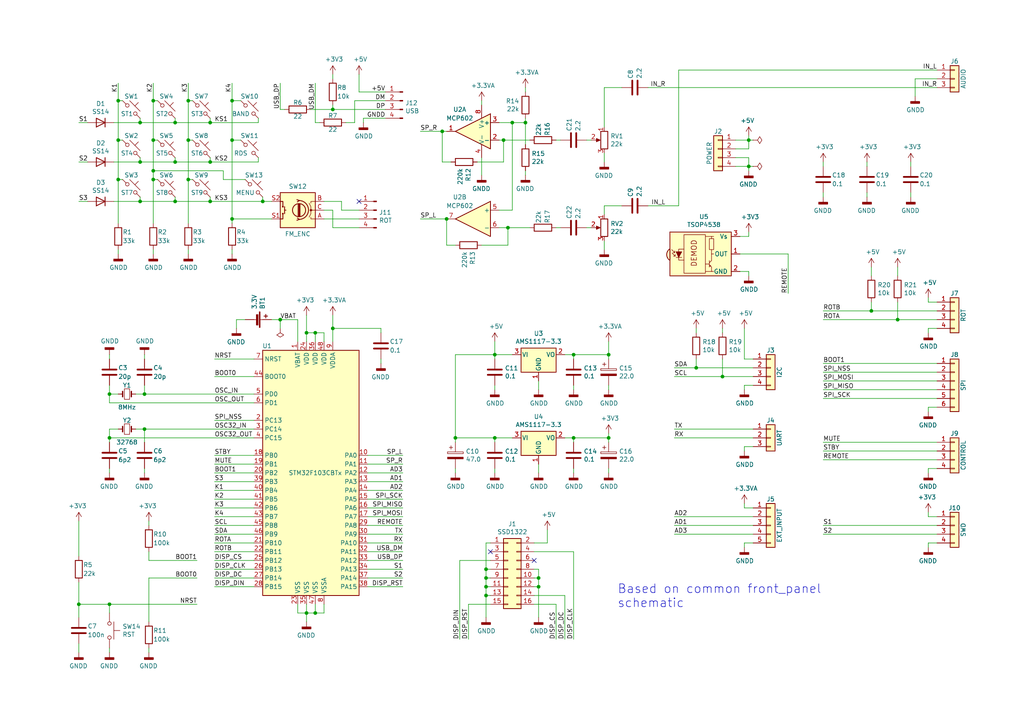
<source format=kicad_sch>
(kicad_sch (version 20230121) (generator eeschema)
  (paper "A4")
  (junction (at 54.61 52.07))
  (junction (at 252.73 90.17))
  (junction (at 176.53 127))
  (junction (at 50.8 58.42))
  (junction (at 176.53 102.87))
  (junction (at 140.97 170.18))
  (junction (at 88.9 96.52))
  (junction (at 76.2 58.42))
  (junction (at 156.21 167.64))
  (junction (at 129.54 63.5))
  (junction (at 140.97 165.1))
  (junction (at 40.64 58.42))
  (junction (at 44.45 52.07))
  (junction (at 44.45 49.53))
  (junction (at 143.51 102.87))
  (junction (at 166.37 102.87))
  (junction (at 67.31 63.5))
  (junction (at 146.05 40.64))
  (junction (at 31.75 114.3))
  (junction (at 140.97 167.64))
  (junction (at 152.4 35.56))
  (junction (at 40.64 46.99))
  (junction (at 217.17 40.64))
  (junction (at 60.96 35.56))
  (junction (at 50.8 35.56))
  (junction (at 96.52 31.75))
  (junction (at 31.75 175.26))
  (junction (at 41.91 124.46))
  (junction (at 81.28 92.71))
  (junction (at 34.29 52.07))
  (junction (at 31.75 127))
  (junction (at 54.61 40.64))
  (junction (at 201.93 106.68))
  (junction (at 60.96 46.99))
  (junction (at 217.17 48.26))
  (junction (at 96.52 95.25))
  (junction (at 34.29 40.64))
  (junction (at 34.29 29.21))
  (junction (at 148.59 35.56))
  (junction (at 40.64 35.56))
  (junction (at 166.37 127))
  (junction (at 54.61 29.21))
  (junction (at 88.9 177.8))
  (junction (at 143.51 127))
  (junction (at 209.55 109.22))
  (junction (at 140.97 172.72))
  (junction (at 260.35 92.71))
  (junction (at 91.44 96.52))
  (junction (at 67.31 40.64))
  (junction (at 44.45 40.64))
  (junction (at 22.86 175.26))
  (junction (at 156.21 170.18))
  (junction (at 41.91 114.3))
  (junction (at 147.32 66.04))
  (junction (at 91.44 177.8))
  (junction (at 50.8 46.99))
  (junction (at 60.96 58.42))
  (junction (at 67.31 29.21))
  (junction (at 128.27 38.1))
  (junction (at 44.45 29.21))
  (junction (at 132.08 127))
  (no_connect (at 142.24 160.02))
  (no_connect (at 104.14 58.42))
  (no_connect (at 154.94 162.56))
  (wire (pts (xy 217.17 40.64) (xy 217.17 39.37)))
  (wire (pts (xy 213.36 40.64) (xy 217.17 40.64)))
  (wire (pts (xy 40.64 35.56) (xy 50.8 35.56)))
  (wire (pts (xy 67.31 63.5) (xy 67.31 64.77)))
  (wire (pts (xy 148.59 35.56) (xy 152.4 35.56)))
  (wire (pts (xy 93.98 60.96) (xy 96.52 60.96)))
  (wire (pts (xy 73.66 152.4) (xy 62.23 152.4)))
  (wire (pts (xy 143.51 128.27) (xy 143.51 127)))
  (wire (pts (xy 43.18 189.23) (xy 43.18 187.96)))
  (wire (pts (xy 195.58 152.4) (xy 218.44 152.4)))
  (wire (pts (xy 143.51 127) (xy 132.08 127)))
  (wire (pts (xy 269.24 95.25) (xy 269.24 96.52)))
  (wire (pts (xy 67.31 73.66) (xy 67.31 72.39)))
  (wire (pts (xy 91.44 24.13) (xy 91.44 35.56)))
  (wire (pts (xy 154.94 165.1) (xy 156.21 165.1)))
  (wire (pts (xy 201.93 104.14) (xy 201.93 106.68)))
  (wire (pts (xy 73.66 157.48) (xy 62.23 157.48)))
  (wire (pts (xy 128.27 46.99) (xy 128.27 38.1)))
  (wire (pts (xy 166.37 135.89) (xy 166.37 137.16)))
  (wire (pts (xy 171.45 40.64) (xy 170.18 40.64)))
  (wire (pts (xy 215.9 157.48) (xy 215.9 158.75)))
  (wire (pts (xy 57.15 167.64) (xy 43.18 167.64)))
  (wire (pts (xy 166.37 102.87) (xy 176.53 102.87)))
  (wire (pts (xy 73.66 109.22) (xy 62.23 109.22)))
  (wire (pts (xy 106.68 152.4) (xy 116.84 152.4)))
  (wire (pts (xy 148.59 35.56) (xy 148.59 60.96)))
  (wire (pts (xy 73.66 144.78) (xy 62.23 144.78)))
  (wire (pts (xy 271.78 130.81) (xy 238.76 130.81)))
  (wire (pts (xy 62.23 121.92) (xy 73.66 121.92)))
  (wire (pts (xy 271.78 113.03) (xy 238.76 113.03)))
  (wire (pts (xy 44.45 52.07) (xy 44.45 64.77)))
  (wire (pts (xy 217.17 45.72) (xy 217.17 48.26)))
  (wire (pts (xy 102.87 29.21) (xy 111.76 29.21)))
  (wire (pts (xy 154.94 170.18) (xy 156.21 170.18)))
  (wire (pts (xy 104.14 26.67) (xy 104.14 21.59)))
  (wire (pts (xy 22.86 179.07) (xy 22.86 175.26)))
  (wire (pts (xy 163.83 127) (xy 166.37 127)))
  (wire (pts (xy 60.96 34.29) (xy 60.96 35.56)))
  (wire (pts (xy 86.36 177.8) (xy 86.36 175.26)))
  (wire (pts (xy 218.44 157.48) (xy 215.9 157.48)))
  (wire (pts (xy 50.8 58.42) (xy 60.96 58.42)))
  (wire (pts (xy 162.56 66.04) (xy 161.29 66.04)))
  (wire (pts (xy 116.84 149.86) (xy 106.68 149.86)))
  (wire (pts (xy 31.75 102.87) (xy 31.75 104.14)))
  (wire (pts (xy 40.64 46.99) (xy 50.8 46.99)))
  (wire (pts (xy 96.52 31.75) (xy 111.76 31.75)))
  (wire (pts (xy 215.9 129.54) (xy 215.9 130.81)))
  (wire (pts (xy 213.36 43.18) (xy 217.17 43.18)))
  (wire (pts (xy 35.56 29.21) (xy 34.29 29.21)))
  (wire (pts (xy 43.18 167.64) (xy 43.18 180.34)))
  (wire (pts (xy 60.96 46.99) (xy 74.93 46.99)))
  (wire (pts (xy 238.76 107.95) (xy 271.78 107.95)))
  (wire (pts (xy 213.36 48.26) (xy 217.17 48.26)))
  (wire (pts (xy 180.34 25.4) (xy 175.26 25.4)))
  (wire (pts (xy 218.44 104.14) (xy 215.9 104.14)))
  (wire (pts (xy 100.33 35.56) (xy 102.87 35.56)))
  (wire (pts (xy 111.76 34.29) (xy 105.41 34.29)))
  (wire (pts (xy 110.49 96.52) (xy 110.49 95.25)))
  (wire (pts (xy 91.44 99.06) (xy 91.44 96.52)))
  (wire (pts (xy 34.29 124.46) (xy 31.75 124.46)))
  (wire (pts (xy 166.37 128.27) (xy 166.37 127)))
  (wire (pts (xy 34.29 40.64) (xy 34.29 52.07)))
  (wire (pts (xy 271.78 105.41) (xy 238.76 105.41)))
  (wire (pts (xy 93.98 63.5) (xy 104.14 63.5)))
  (wire (pts (xy 41.91 124.46) (xy 73.66 124.46)))
  (wire (pts (xy 146.05 46.99) (xy 146.05 40.64)))
  (wire (pts (xy 166.37 127) (xy 176.53 127)))
  (wire (pts (xy 67.31 63.5) (xy 78.74 63.5)))
  (wire (pts (xy 68.58 92.71) (xy 71.12 92.71)))
  (wire (pts (xy 135.89 175.26) (xy 142.24 175.26)))
  (wire (pts (xy 215.9 147.32) (xy 215.9 146.05)))
  (wire (pts (xy 82.55 31.75) (xy 81.28 31.75)))
  (wire (pts (xy 73.66 132.08) (xy 62.23 132.08)))
  (wire (pts (xy 60.96 35.56) (xy 74.93 35.56)))
  (wire (pts (xy 60.96 45.72) (xy 60.96 46.99)))
  (wire (pts (xy 93.98 177.8) (xy 91.44 177.8)))
  (wire (pts (xy 76.2 57.15) (xy 76.2 58.42)))
  (wire (pts (xy 116.84 167.64) (xy 106.68 167.64)))
  (wire (pts (xy 156.21 167.64) (xy 156.21 170.18)))
  (wire (pts (xy 238.76 90.17) (xy 252.73 90.17)))
  (wire (pts (xy 228.6 73.66) (xy 228.6 85.09)))
  (wire (pts (xy 271.78 128.27) (xy 238.76 128.27)))
  (wire (pts (xy 116.84 157.48) (xy 106.68 157.48)))
  (wire (pts (xy 91.44 177.8) (xy 88.9 177.8)))
  (wire (pts (xy 132.08 71.12) (xy 129.54 71.12)))
  (wire (pts (xy 45.72 52.07) (xy 44.45 52.07)))
  (wire (pts (xy 111.76 26.67) (xy 104.14 26.67)))
  (wire (pts (xy 132.08 135.89) (xy 132.08 137.16)))
  (wire (pts (xy 269.24 157.48) (xy 269.24 158.75)))
  (wire (pts (xy 217.17 80.01) (xy 217.17 78.74)))
  (wire (pts (xy 41.91 137.16) (xy 41.91 135.89)))
  (wire (pts (xy 154.94 172.72) (xy 163.83 172.72)))
  (wire (pts (xy 33.02 58.42) (xy 40.64 58.42)))
  (wire (pts (xy 33.02 35.56) (xy 40.64 35.56)))
  (wire (pts (xy 73.66 170.18) (xy 62.23 170.18)))
  (wire (pts (xy 22.86 46.99) (xy 25.4 46.99)))
  (wire (pts (xy 138.43 46.99) (xy 146.05 46.99)))
  (wire (pts (xy 128.27 38.1) (xy 129.54 38.1)))
  (wire (pts (xy 54.61 29.21) (xy 54.61 24.13)))
  (wire (pts (xy 171.45 66.04) (xy 170.18 66.04)))
  (wire (pts (xy 88.9 180.34) (xy 88.9 177.8)))
  (wire (pts (xy 44.45 72.39) (xy 44.45 73.66)))
  (wire (pts (xy 31.75 127) (xy 73.66 127)))
  (wire (pts (xy 147.32 66.04) (xy 153.67 66.04)))
  (wire (pts (xy 35.56 52.07) (xy 34.29 52.07)))
  (wire (pts (xy 44.45 24.13) (xy 44.45 29.21)))
  (wire (pts (xy 22.86 58.42) (xy 25.4 58.42)))
  (wire (pts (xy 135.89 175.26) (xy 135.89 185.42)))
  (wire (pts (xy 31.75 189.23) (xy 31.75 187.96)))
  (wire (pts (xy 74.93 45.72) (xy 74.93 46.99)))
  (wire (pts (xy 163.83 102.87) (xy 166.37 102.87)))
  (wire (pts (xy 54.61 52.07) (xy 54.61 40.64)))
  (wire (pts (xy 271.78 87.63) (xy 269.24 87.63)))
  (wire (pts (xy 110.49 105.41) (xy 110.49 104.14)))
  (wire (pts (xy 81.28 95.25) (xy 81.28 92.71)))
  (wire (pts (xy 50.8 35.56) (xy 60.96 35.56)))
  (wire (pts (xy 43.18 151.13) (xy 43.18 152.4)))
  (wire (pts (xy 76.2 58.42) (xy 78.74 58.42)))
  (wire (pts (xy 142.24 157.48) (xy 140.97 157.48)))
  (wire (pts (xy 195.58 109.22) (xy 209.55 109.22)))
  (wire (pts (xy 116.84 154.94) (xy 106.68 154.94)))
  (wire (pts (xy 116.84 160.02) (xy 106.68 160.02)))
  (wire (pts (xy 39.37 124.46) (xy 41.91 124.46)))
  (wire (pts (xy 93.98 99.06) (xy 93.98 96.52)))
  (wire (pts (xy 99.06 60.96) (xy 99.06 58.42)))
  (wire (pts (xy 133.35 162.56) (xy 142.24 162.56)))
  (wire (pts (xy 106.68 142.24) (xy 116.84 142.24)))
  (wire (pts (xy 73.66 104.14) (xy 62.23 104.14)))
  (wire (pts (xy 161.29 175.26) (xy 161.29 185.42)))
  (wire (pts (xy 176.53 135.89) (xy 176.53 137.16)))
  (wire (pts (xy 93.98 96.52) (xy 91.44 96.52)))
  (wire (pts (xy 22.86 168.91) (xy 22.86 175.26)))
  (wire (pts (xy 143.51 113.03) (xy 143.51 111.76)))
  (wire (pts (xy 271.78 115.57) (xy 238.76 115.57)))
  (wire (pts (xy 140.97 172.72) (xy 140.97 170.18)))
  (wire (pts (xy 78.74 92.71) (xy 81.28 92.71)))
  (wire (pts (xy 44.45 49.53) (xy 64.77 49.53)))
  (wire (pts (xy 73.66 134.62) (xy 62.23 134.62)))
  (wire (pts (xy 54.61 52.07) (xy 54.61 64.77)))
  (wire (pts (xy 213.36 45.72) (xy 217.17 45.72)))
  (wire (pts (xy 40.64 34.29) (xy 40.64 35.56)))
  (wire (pts (xy 264.16 57.15) (xy 264.16 55.88)))
  (wire (pts (xy 22.86 189.23) (xy 22.86 186.69)))
  (wire (pts (xy 154.94 160.02) (xy 166.37 160.02)))
  (wire (pts (xy 152.4 50.8) (xy 152.4 49.53)))
  (wire (pts (xy 218.44 111.76) (xy 215.9 111.76)))
  (wire (pts (xy 142.24 165.1) (xy 140.97 165.1)))
  (wire (pts (xy 60.96 57.15) (xy 60.96 58.42)))
  (wire (pts (xy 271.78 118.11) (xy 269.24 118.11)))
  (wire (pts (xy 132.08 127) (xy 132.08 102.87)))
  (wire (pts (xy 45.72 40.64) (xy 44.45 40.64)))
  (wire (pts (xy 44.45 29.21) (xy 44.45 40.64)))
  (wire (pts (xy 88.9 175.26) (xy 88.9 177.8)))
  (wire (pts (xy 166.37 111.76) (xy 166.37 113.03)))
  (wire (pts (xy 132.08 127) (xy 132.08 128.27)))
  (wire (pts (xy 31.75 124.46) (xy 31.75 127)))
  (wire (pts (xy 34.29 52.07) (xy 34.29 64.77)))
  (wire (pts (xy 45.72 29.21) (xy 44.45 29.21)))
  (wire (pts (xy 88.9 177.8) (xy 86.36 177.8)))
  (wire (pts (xy 116.84 162.56) (xy 106.68 162.56)))
  (wire (pts (xy 129.54 63.5) (xy 121.92 63.5)))
  (wire (pts (xy 62.23 142.24) (xy 73.66 142.24)))
  (wire (pts (xy 73.66 165.1) (xy 62.23 165.1)))
  (wire (pts (xy 156.21 165.1) (xy 156.21 167.64)))
  (wire (pts (xy 41.91 102.87) (xy 41.91 104.14)))
  (wire (pts (xy 67.31 40.64) (xy 67.31 29.21)))
  (wire (pts (xy 238.76 92.71) (xy 260.35 92.71)))
  (wire (pts (xy 251.46 46.99) (xy 251.46 48.26)))
  (wire (pts (xy 252.73 87.63) (xy 252.73 90.17)))
  (wire (pts (xy 195.58 127) (xy 218.44 127)))
  (wire (pts (xy 73.66 139.7) (xy 62.23 139.7)))
  (wire (pts (xy 143.51 102.87) (xy 143.51 104.14)))
  (wire (pts (xy 264.16 46.99) (xy 264.16 48.26)))
  (wire (pts (xy 271.78 22.86) (xy 265.43 22.86)))
  (wire (pts (xy 96.52 91.44) (xy 96.52 95.25)))
  (wire (pts (xy 195.58 106.68) (xy 201.93 106.68)))
  (wire (pts (xy 31.75 116.84) (xy 73.66 116.84)))
  (wire (pts (xy 195.58 124.46) (xy 218.44 124.46)))
  (wire (pts (xy 34.29 72.39) (xy 34.29 73.66)))
  (wire (pts (xy 271.78 149.86) (xy 269.24 149.86)))
  (wire (pts (xy 147.32 71.12) (xy 147.32 66.04)))
  (wire (pts (xy 156.21 110.49) (xy 156.21 113.03)))
  (wire (pts (xy 162.56 40.64) (xy 161.29 40.64)))
  (wire (pts (xy 62.23 147.32) (xy 73.66 147.32)))
  (wire (pts (xy 55.88 40.64) (xy 54.61 40.64)))
  (wire (pts (xy 116.84 132.08) (xy 106.68 132.08)))
  (wire (pts (xy 139.7 71.12) (xy 147.32 71.12)))
  (wire (pts (xy 54.61 72.39) (xy 54.61 73.66)))
  (wire (pts (xy 73.66 167.64) (xy 62.23 167.64)))
  (wire (pts (xy 140.97 165.1) (xy 140.97 157.48)))
  (wire (pts (xy 50.8 57.15) (xy 50.8 58.42)))
  (wire (pts (xy 44.45 40.64) (xy 44.45 49.53)))
  (wire (pts (xy 67.31 40.64) (xy 69.85 40.64)))
  (wire (pts (xy 175.26 59.69) (xy 175.26 62.23)))
  (wire (pts (xy 96.52 21.59) (xy 96.52 22.86)))
  (wire (pts (xy 73.66 149.86) (xy 62.23 149.86)))
  (wire (pts (xy 217.17 68.58) (xy 217.17 67.31)))
  (wire (pts (xy 60.96 58.42) (xy 76.2 58.42)))
  (wire (pts (xy 269.24 118.11) (xy 269.24 119.38)))
  (wire (pts (xy 92.71 35.56) (xy 91.44 35.56)))
  (wire (pts (xy 144.78 40.64) (xy 146.05 40.64)))
  (wire (pts (xy 54.61 40.64) (xy 54.61 29.21)))
  (wire (pts (xy 158.75 157.48) (xy 158.75 153.67)))
  (wire (pts (xy 142.24 167.64) (xy 140.97 167.64)))
  (wire (pts (xy 139.7 29.21) (xy 139.7 30.48)))
  (wire (pts (xy 175.26 25.4) (xy 175.26 36.83)))
  (wire (pts (xy 31.75 127) (xy 31.75 128.27)))
  (wire (pts (xy 106.68 139.7) (xy 116.84 139.7)))
  (wire (pts (xy 96.52 66.04) (xy 104.14 66.04)))
  (wire (pts (xy 128.27 38.1) (xy 121.92 38.1)))
  (wire (pts (xy 140.97 170.18) (xy 140.97 167.64)))
  (wire (pts (xy 175.26 72.39) (xy 175.26 69.85)))
  (wire (pts (xy 67.31 29.21) (xy 67.31 24.13)))
  (wire (pts (xy 73.66 162.56) (xy 62.23 162.56)))
  (wire (pts (xy 214.63 73.66) (xy 228.6 73.66)))
  (wire (pts (xy 176.53 111.76) (xy 176.53 113.03)))
  (wire (pts (xy 146.05 40.64) (xy 153.67 40.64)))
  (wire (pts (xy 201.93 95.25) (xy 201.93 96.52)))
  (wire (pts (xy 35.56 40.64) (xy 34.29 40.64)))
  (wire (pts (xy 88.9 91.44) (xy 88.9 96.52)))
  (wire (pts (xy 102.87 35.56) (xy 102.87 29.21)))
  (wire (pts (xy 142.24 170.18) (xy 140.97 170.18)))
  (wire (pts (xy 140.97 167.64) (xy 140.97 165.1)))
  (wire (pts (xy 209.55 104.14) (xy 209.55 109.22)))
  (wire (pts (xy 195.58 154.94) (xy 218.44 154.94)))
  (wire (pts (xy 133.35 162.56) (xy 133.35 185.42)))
  (wire (pts (xy 91.44 96.52) (xy 88.9 96.52)))
  (wire (pts (xy 57.15 162.56) (xy 43.18 162.56)))
  (wire (pts (xy 196.85 20.32) (xy 196.85 59.69)))
  (wire (pts (xy 93.98 175.26) (xy 93.98 177.8)))
  (wire (pts (xy 31.75 114.3) (xy 31.75 111.76)))
  (wire (pts (xy 55.88 52.07) (xy 54.61 52.07)))
  (wire (pts (xy 110.49 95.25) (xy 96.52 95.25)))
  (wire (pts (xy 269.24 149.86) (xy 269.24 148.59)))
  (wire (pts (xy 271.78 95.25) (xy 269.24 95.25)))
  (wire (pts (xy 176.53 102.87) (xy 176.53 104.14)))
  (wire (pts (xy 217.17 78.74) (xy 214.63 78.74)))
  (wire (pts (xy 74.93 34.29) (xy 74.93 35.56)))
  (wire (pts (xy 50.8 45.72) (xy 50.8 46.99)))
  (wire (pts (xy 217.17 43.18) (xy 217.17 40.64)))
  (wire (pts (xy 73.66 137.16) (xy 62.23 137.16)))
  (wire (pts (xy 152.4 25.4) (xy 152.4 26.67)))
  (wire (pts (xy 144.78 35.56) (xy 148.59 35.56)))
  (wire (pts (xy 187.96 25.4) (xy 271.78 25.4)))
  (wire (pts (xy 176.53 125.73) (xy 176.53 127)))
  (wire (pts (xy 41.91 128.27) (xy 41.91 124.46)))
  (wire (pts (xy 106.68 137.16) (xy 116.84 137.16)))
  (wire (pts (xy 152.4 34.29) (xy 152.4 35.56)))
  (wire (pts (xy 104.14 60.96) (xy 99.06 60.96)))
  (wire (pts (xy 40.64 45.72) (xy 40.64 46.99)))
  (wire (pts (xy 39.37 114.3) (xy 41.91 114.3)))
  (wire (pts (xy 139.7 50.8) (xy 139.7 45.72)))
  (wire (pts (xy 148.59 60.96) (xy 144.78 60.96)))
  (wire (pts (xy 22.86 151.13) (xy 22.86 161.29)))
  (wire (pts (xy 176.53 127) (xy 176.53 128.27)))
  (wire (pts (xy 55.88 29.21) (xy 54.61 29.21)))
  (wire (pts (xy 34.29 24.13) (xy 34.29 29.21)))
  (wire (pts (xy 218.44 129.54) (xy 215.9 129.54)))
  (wire (pts (xy 68.58 95.25) (xy 68.58 92.71)))
  (wire (pts (xy 143.51 102.87) (xy 148.59 102.87)))
  (wire (pts (xy 154.94 175.26) (xy 161.29 175.26)))
  (wire (pts (xy 91.44 175.26) (xy 91.44 177.8)))
  (wire (pts (xy 252.73 77.47) (xy 252.73 80.01)))
  (wire (pts (xy 25.4 35.56) (xy 22.86 35.56)))
  (wire (pts (xy 142.24 172.72) (xy 140.97 172.72)))
  (wire (pts (xy 40.64 57.15) (xy 40.64 58.42)))
  (wire (pts (xy 31.75 116.84) (xy 31.75 114.3)))
  (wire (pts (xy 271.78 152.4) (xy 238.76 152.4)))
  (wire (pts (xy 116.84 170.18) (xy 106.68 170.18)))
  (wire (pts (xy 218.44 147.32) (xy 215.9 147.32)))
  (wire (pts (xy 116.84 134.62) (xy 106.68 134.62)))
  (wire (pts (xy 90.17 31.75) (xy 96.52 31.75)))
  (wire (pts (xy 132.08 102.87) (xy 143.51 102.87)))
  (wire (pts (xy 214.63 68.58) (xy 217.17 68.58)))
  (wire (pts (xy 96.52 30.48) (xy 96.52 31.75)))
  (wire (pts (xy 187.96 59.69) (xy 196.85 59.69)))
  (wire (pts (xy 64.77 49.53) (xy 64.77 52.07)))
  (wire (pts (xy 143.51 127) (xy 148.59 127)))
  (wire (pts (xy 81.28 24.13) (xy 81.28 31.75)))
  (wire (pts (xy 271.78 135.89) (xy 269.24 135.89)))
  (wire (pts (xy 67.31 40.64) (xy 67.31 63.5)))
  (wire (pts (xy 86.36 99.06) (xy 86.36 92.71)))
  (wire (pts (xy 271.78 133.35) (xy 238.76 133.35)))
  (wire (pts (xy 217.17 48.26) (xy 218.44 48.26)))
  (wire (pts (xy 50.8 46.99) (xy 60.96 46.99)))
  (wire (pts (xy 154.94 157.48) (xy 158.75 157.48)))
  (wire (pts (xy 251.46 57.15) (xy 251.46 55.88)))
  (wire (pts (xy 116.84 144.78) (xy 106.68 144.78)))
  (wire (pts (xy 215.9 104.14) (xy 215.9 95.25)))
  (wire (pts (xy 271.78 157.48) (xy 269.24 157.48)))
  (wire (pts (xy 129.54 71.12) (xy 129.54 63.5)))
  (wire (pts (xy 116.84 165.1) (xy 106.68 165.1)))
  (wire (pts (xy 96.52 60.96) (xy 96.52 66.04)))
  (wire (pts (xy 34.29 114.3) (xy 31.75 114.3)))
  (wire (pts (xy 238.76 46.99) (xy 238.76 48.26)))
  (wire (pts (xy 40.64 58.42) (xy 50.8 58.42)))
  (wire (pts (xy 271.78 154.94) (xy 238.76 154.94)))
  (wire (pts (xy 209.55 95.25) (xy 209.55 96.52)))
  (wire (pts (xy 73.66 154.94) (xy 62.23 154.94)))
  (wire (pts (xy 67.31 29.21) (xy 69.85 29.21)))
  (wire (pts (xy 269.24 87.63) (xy 269.24 86.36)))
  (wire (pts (xy 22.86 175.26) (xy 31.75 175.26)))
  (wire (pts (xy 238.76 57.15) (xy 238.76 55.88)))
  (wire (pts (xy 130.81 46.99) (xy 128.27 46.99)))
  (wire (pts (xy 260.35 92.71) (xy 271.78 92.71)))
  (wire (pts (xy 156.21 170.18) (xy 156.21 179.07)))
  (wire (pts (xy 260.35 87.63) (xy 260.35 92.71)))
  (wire (pts (xy 96.52 95.25) (xy 96.52 99.06)))
  (wire (pts (xy 31.75 135.89) (xy 31.75 137.16)))
  (wire (pts (xy 163.83 172.72) (xy 163.83 185.42)))
  (wire (pts (xy 33.02 46.99) (xy 40.64 46.99)))
  (wire (pts (xy 265.43 22.86) (xy 265.43 27.94)))
  (wire (pts (xy 41.91 114.3) (xy 73.66 114.3)))
  (wire (pts (xy 73.66 160.02) (xy 62.23 160.02)))
  (wire (pts (xy 175.26 46.99) (xy 175.26 44.45)))
  (wire (pts (xy 156.21 134.62) (xy 156.21 137.16)))
  (wire (pts (xy 201.93 106.68) (xy 218.44 106.68)))
  (wire (pts (xy 176.53 99.06) (xy 176.53 102.87)))
  (wire (pts (xy 71.12 52.07) (xy 64.77 52.07)))
  (wire (pts (xy 252.73 90.17) (xy 271.78 90.17)))
  (wire (pts (xy 215.9 111.76) (xy 215.9 113.03)))
  (wire (pts (xy 196.85 20.32) (xy 271.78 20.32)))
  (wire (pts (xy 152.4 35.56) (xy 152.4 41.91)))
  (wire (pts (xy 88.9 96.52) (xy 88.9 99.06)))
  (wire (pts (xy 41.91 114.3) (xy 41.91 111.76)))
  (wire (pts (xy 140.97 179.07) (xy 140.97 172.72)))
  (wire (pts (xy 144.78 66.04) (xy 147.32 66.04)))
  (wire (pts (xy 143.51 99.06) (xy 143.51 102.87)))
  (wire (pts (xy 57.15 175.26) (xy 31.75 175.26)))
  (wire (pts (xy 180.34 59.69) (xy 175.26 59.69)))
  (wire (pts (xy 50.8 34.29) (xy 50.8 35.56)))
  (wire (pts (xy 116.84 147.32) (xy 106.68 147.32)))
  (wire (pts (xy 34.29 29.21) (xy 34.29 40.64)))
  (wire (pts (xy 195.58 149.86) (xy 218.44 149.86)))
  (wire (pts (xy 31.75 177.8) (xy 31.75 175.26)))
  (wire (pts (xy 209.55 109.22) (xy 218.44 109.22)))
  (wire (pts (xy 154.94 167.64) (xy 156.21 167.64)))
  (wire (pts (xy 43.18 162.56) (xy 43.18 160.02)))
  (wire (pts (xy 166.37 160.02) (xy 166.37 185.42)))
  (wire (pts (xy 44.45 49.53) (xy 44.45 52.07)))
  (wire (pts (xy 143.51 135.89) (xy 143.51 137.16)))
  (wire (pts (xy 81.28 92.71) (xy 86.36 92.71)))
  (wire (pts (xy 269.24 135.89) (xy 269.24 137.16)))
  (wire (pts (xy 99.06 58.42) (xy 93.98 58.42)))
  (wire (pts (xy 217.17 40.64) (xy 218.44 40.64)))
  (wire (pts (xy 260.35 77.47) (xy 260.35 80.01)))
  (wire (pts (xy 238.76 110.49) (xy 271.78 110.49)))
  (wire (pts (xy 217.17 48.26) (xy 217.17 49.53)))
  (wire (pts (xy 166.37 104.14) (xy 166.37 102.87)))
  (wire (pts (xy 105.41 34.29) (xy 105.41 35.56)))
  (text "Based on common front_panel\nschematic" (at 179.07 176.53 0) (effects (font (size 2.54 2.54)) (justify left bottom)))
  (label "STBY" (at 62.23 132.08 0))
  (label "DISP_DIN" (at 133.35 185.42 90))
  (label "DISP_CS" (at 62.23 162.56 0))
  (label "S1" (at 116.84 165.1 180))
  (label "USB_DP" (at 81.28 24.13 270))
  (label "AD2" (at 195.58 149.86 0))
  (label "OSC_OUT" (at 62.23 116.84 0))
  (label "BOOT0" (at 57.15 167.64 180))
  (label "SP_R" (at 116.84 134.62 180))
  (label "REMOTE" (at 116.84 152.4 180))
  (label "VBAT" (at 81.28 92.71 0))
  (label "SPI_SCK" (at 238.76 115.57 0))
  (label "SPI_SCK" (at 116.84 144.78 180))
  (label "DP" (at 111.76 31.75 180))
  (label "S1" (at 238.76 152.4 0))
  (label "DISP_DC" (at 62.23 167.64 0))
  (label "K3" (at 54.61 24.13 270))
  (label "KS2" (at 62.23 46.99 0))
  (label "BOOT1" (at 57.15 162.56 180))
  (label "ROTB" (at 238.76 90.17 0))
  (label "K4" (at 62.23 149.86 0))
  (label "IN_R" (at 271.78 25.4 180))
  (label "S3" (at 62.23 139.7 0))
  (label "SDA" (at 62.23 154.94 0))
  (label "ROTB" (at 62.23 160.02 0))
  (label "TX" (at 116.84 154.94 180))
  (label "ROTA" (at 238.76 92.71 0))
  (label "DM" (at 111.76 29.21 180))
  (label "+5V" (at 111.76 26.67 180))
  (label "USB_DM" (at 116.84 160.02 180))
  (label "OSC_IN" (at 62.23 114.3 0))
  (label "SP_L" (at 121.92 63.5 0))
  (label "SPI_NSS" (at 238.76 107.95 0))
  (label "DISP_RST" (at 135.89 185.42 90))
  (label "IN_L" (at 271.78 20.32 180))
  (label "DISP_CLK" (at 166.37 185.42 90))
  (label "IN_R" (at 193.04 25.4 180))
  (label "IN_L" (at 193.04 59.69 180))
  (label "USB_DM" (at 91.44 24.13 270))
  (label "K3" (at 62.23 147.32 0))
  (label "K1" (at 34.29 24.13 270))
  (label "RX" (at 195.58 127 0))
  (label "AD3" (at 116.84 137.16 180))
  (label "BOOT0" (at 62.23 109.22 0))
  (label "OSC32_IN" (at 62.23 124.46 0))
  (label "DISP_DC" (at 163.83 185.42 90))
  (label "DISP_DIN" (at 62.23 170.18 0))
  (label "BOOT1" (at 62.23 137.16 0))
  (label "ROTA" (at 62.23 157.48 0))
  (label "KS1" (at 62.23 35.56 0))
  (label "AD2" (at 116.84 142.24 180))
  (label "SPI_MISO" (at 238.76 113.03 0))
  (label "S2" (at 238.76 154.94 0))
  (label "S2" (at 22.86 46.99 0))
  (label "K2" (at 44.45 24.13 270))
  (label "DISP_RST" (at 116.84 170.18 180))
  (label "MUTE" (at 238.76 128.27 0))
  (label "SPI_MISO" (at 116.84 147.32 180))
  (label "OSC32_OUT" (at 62.23 127 0))
  (label "AD3" (at 195.58 154.94 0))
  (label "K2" (at 62.23 144.78 0))
  (label "REMOTE" (at 238.76 133.35 0))
  (label "SPI_MOSI" (at 238.76 110.49 0))
  (label "SCL" (at 62.23 152.4 0))
  (label "GNDD" (at 111.76 34.29 180))
  (label "NRST" (at 57.15 175.26 180))
  (label "SPI_MOSI" (at 116.84 149.86 180))
  (label "SP_L" (at 116.84 132.08 180))
  (label "USB_DP" (at 116.84 162.56 180))
  (label "K4" (at 67.31 24.13 270))
  (label "AD1" (at 116.84 139.7 180))
  (label "K1" (at 62.23 142.24 0))
  (label "KS3" (at 62.23 58.42 0))
  (label "S3" (at 22.86 58.42 0))
  (label "BOOT1" (at 238.76 105.41 0))
  (label "DISP_CS" (at 161.29 185.42 90))
  (label "STBY" (at 238.76 130.81 0))
  (label "AD1" (at 195.58 152.4 0))
  (label "SDA" (at 195.58 106.68 0))
  (label "S1" (at 22.86 35.56 0))
  (label "REMOTE" (at 228.6 85.09 90))
  (label "SP_R" (at 121.92 38.1 0))
  (label "RX" (at 116.84 157.48 180))
  (label "TX" (at 195.58 124.46 0))
  (label "SCL" (at 195.58 109.22 0))
  (label "NRST" (at 62.23 104.14 0))
  (label "SPI_NSS" (at 62.23 121.92 0))
  (label "MUTE" (at 62.23 134.62 0))
  (label "DISP_CLK" (at 62.23 165.1 0))
  (label "S2" (at 116.84 167.64 180))
  (symbol (lib_id "Switch:SW_Push_45deg") (at 72.39 31.75 0) (unit 1)
    (property "Reference" "SW10" (at 72.39 27.94 0))
    (property "Value" "BAND" (at 69.85 33.02 0))
    (property "Footprint" "Button_Switch_THT:SW_PUSH_6mm" (effects hide))
  )
  (symbol (lib_id "Switch:SW_Push_45deg") (at 72.39 43.18 0) (unit 1)
    (property "Reference" "SW11" (at 72.39 39.37 0))
    (property "Value" "RDS" (at 69.85 44.45 0))
    (property "Footprint" "Button_Switch_THT:SW_PUSH_6mm" (effects hide))
  )
  (symbol (lib_id "Switch:SW_Push_45deg") (at 73.66 54.61 0) (unit 1)
    (property "Reference" "SW13" (at 73.66 50.8 0))
    (property "Value" "MENU" (at 71.12 55.88 0))
    (property "Footprint" "Button_Switch_THT:SW_PUSH_6mm" (effects hide))
  )
  (symbol (lib_id "Connector_Generic:Conn_01x03") (at 276.86 22.86 0) (unit 1)
    (property "Reference" "J6" (at 276.86 17.78 0))
    (property "Value" "AUDIO" (at 279.4 22.86 90))
    (property "Footprint" "Connector_JST:JST_EH_B3B-EH-A_1x03_P2.50mm_Vertical" (effects hide))
  )
  (symbol (lib_id "MCU_ST_STM32F1:STM32F103CBTx") (at 91.44 137.16 0) (unit 1)
    (property "Reference" "U1" (at 77.47 100.33 0))
    (property "Value" "STM32F103CBTx" (at 91.44 137.16 0))
    (property "Footprint" "Package_QFP:LQFP-48_7x7mm_P0.5mm" (effects hide))
    (property "Datasheet" "http://www.st.com/st-web-ui/static/active/en/resource/technical/document/datasheet/DM00058181.pdf" (effects hide))
  )
  (symbol (lib_id "power:PWR_FLAG") (at 218.44 40.64 270) (unit 1)
    (property "Reference" "#FLG0101" (effects hide))
    (property "Value" "PWR_FLAG" (effects hide))
  )
  (symbol (lib_id "Device:R") (at 260.35 83.82 0) (unit 1)
    (property "Reference" "R21" (at 262.128 82.6516 0) (effects (justify left)))
    (property "Value" "10k" (at 262.128 84.963 0) (effects (justify left)))
    (property "Footprint" "Resistor_SMD:R_1206_3216Metric_Pad1.42x1.75mm_HandSolder" (effects hide))
  )
  (symbol (lib_id "power:PWR_FLAG") (at 218.44 48.26 270) (unit 1)
    (property "Reference" "#FLG0102" (effects hide))
    (property "Value" "PWR_FLAG" (effects hide))
  )
  (symbol (lib_id "Device:R") (at 252.73 83.82 0) (unit 1)
    (property "Reference" "R20" (at 254.508 82.6516 0) (effects (justify left)))
    (property "Value" "10k" (at 254.508 84.963 0) (effects (justify left)))
    (property "Footprint" "Resistor_SMD:R_1206_3216Metric_Pad1.42x1.75mm_HandSolder" (effects hide))
  )
  (symbol (lib_id "power:+5V") (at 252.73 77.47 0) (unit 1)
    (property "Reference" "#PWR032" (effects hide))
    (property "Value" "+5V" (at 253.111 73.0758 0))
  )
  (symbol (lib_id "power:+5V") (at 260.35 77.47 0) (unit 1)
    (property "Reference" "#PWR033" (effects hide))
    (property "Value" "+5V" (at 260.731 73.0758 0))
  )
  (symbol (lib_id "Interface_Optical:TSOP45xx") (at 204.47 73.66 0) (unit 1)
    (property "Reference" "U5" (at 204.1652 62.865 0))
    (property "Value" "TSOP4538" (at 204.1652 65.1764 0))
    (property "Footprint" "OptoDevice:Vishay_MOLD-3Pin" (effects hide))
    (property "Datasheet" "http://www.vishay.com/docs/82460/tsop45.pdf" (effects hide))
  )
  (symbol (lib_id "power:GNDD") (at 88.9 180.34 0) (mirror y) (unit 1)
    (property "Reference" "#PWR012" (effects hide))
    (property "Value" "GNDD" (at 88.7984 184.277 0))
  )
  (symbol (lib_id "power:+3V3") (at 88.9 91.44 0) (mirror y) (unit 1)
    (property "Reference" "#PWR013" (effects hide))
    (property "Value" "+3V3" (at 88.519 87.0458 0))
  )
  (symbol (lib_id "Device:Crystal_Small") (at 36.83 124.46 0) (unit 1)
    (property "Reference" "Y2" (at 36.83 121.92 0))
    (property "Value" "32768" (at 36.83 128.27 0))
    (property "Footprint" "Crystal:Crystal_C38-LF_D3.0mm_L8.0mm_Vertical" (effects hide))
  )
  (symbol (lib_id "Device:Battery_Cell") (at 73.66 92.71 270) (mirror x) (unit 1)
    (property "Reference" "BT1" (at 76.0984 89.7128 0) (effects (justify left)))
    (property "Value" "3.3V" (at 73.787 89.7128 0) (effects (justify left)))
    (property "Footprint" "h-ms1110:CR1220" (effects hide))
  )
  (symbol (lib_id "Amplifier_Operational:MCP602") (at 137.16 38.1 0) (mirror y) (unit 1)
    (property "Reference" "U2" (at 133.35 31.75 0))
    (property "Value" "MCP602" (at 133.35 34.29 0))
    (property "Footprint" "Package_SO:SOIC-8_3.9x4.9mm_P1.27mm" (effects hide))
    (property "Datasheet" "http://ww1.microchip.com/downloads/en/DeviceDoc/21314g.pdf" (effects hide))
  )
  (symbol (lib_id "Amplifier_Operational:MCP602") (at 137.16 63.5 0) (mirror y) (unit 2)
    (property "Reference" "U2" (at 133.35 57.15 0))
    (property "Value" "MCP602" (at 133.35 59.69 0))
    (property "Footprint" "Package_SO:SOIC-8_3.9x4.9mm_P1.27mm" (effects hide))
    (property "Datasheet" "http://ww1.microchip.com/downloads/en/DeviceDoc/21314g.pdf" (effects hide))
  )
  (symbol (lib_id "Device:R") (at 152.4 45.72 0) (unit 1)
    (property "Reference" "R15" (at 154.178 44.5516 0) (effects (justify left)))
    (property "Value" "22k" (at 154.178 46.863 0) (effects (justify left)))
    (property "Footprint" "Resistor_SMD:R_1206_3216Metric_Pad1.42x1.75mm_HandSolder" (effects hide))
  )
  (symbol (lib_id "Device:R") (at 157.48 40.64 270) (mirror x) (unit 1)
    (property "Reference" "R16" (at 158.75 39.37 0) (effects (justify left)))
    (property "Value" "22k" (at 156.21 39.37 0) (effects (justify left)))
    (property "Footprint" "Resistor_SMD:R_1206_3216Metric_Pad1.42x1.75mm_HandSolder" (effects hide))
  )
  (symbol (lib_id "power:GNDD") (at 152.4 50.8 0) (mirror y) (unit 1)
    (property "Reference" "#PWR0106" (effects hide))
    (property "Value" "GNDD" (at 152.2984 54.737 0))
  )
  (symbol (lib_id "Device:R") (at 134.62 46.99 270) (unit 1)
    (property "Reference" "R12" (at 135.7884 48.768 0) (effects (justify left)))
    (property "Value" "220k" (at 133.477 48.768 0) (effects (justify left)))
    (property "Footprint" "Resistor_SMD:R_1206_3216Metric_Pad1.42x1.75mm_HandSolder" (effects hide))
  )
  (symbol (lib_id "Device:R") (at 157.48 66.04 270) (mirror x) (unit 1)
    (property "Reference" "R17" (at 158.75 64.77 0) (effects (justify left)))
    (property "Value" "22k" (at 156.21 64.77 0) (effects (justify left)))
    (property "Footprint" "Resistor_SMD:R_1206_3216Metric_Pad1.42x1.75mm_HandSolder" (effects hide))
  )
  (symbol (lib_id "Device:R") (at 135.89 71.12 270) (unit 1)
    (property "Reference" "R13" (at 137.0584 72.898 0) (effects (justify left)))
    (property "Value" "220k" (at 134.747 72.898 0) (effects (justify left)))
    (property "Footprint" "Resistor_SMD:R_1206_3216Metric_Pad1.42x1.75mm_HandSolder" (effects hide))
  )
  (symbol (lib_id "Device:R_Potentiometer") (at 175.26 40.64 0) (mirror y) (unit 1)
    (property "Reference" "RV1" (at 177.038 39.4716 0) (effects (justify right)))
    (property "Value" "22k" (at 177.038 41.783 0) (effects (justify right)))
    (property "Footprint" "Potentiometer_THT:Potentiometer_Piher_PT-6-V_Vertical" (effects hide))
  )
  (symbol (lib_id "power:GNDD") (at 175.26 46.99 0) (mirror y) (unit 1)
    (property "Reference" "#PWR0107" (effects hide))
    (property "Value" "GNDD" (at 175.1584 50.927 0))
  )
  (symbol (lib_id "Device:R_Potentiometer") (at 175.26 66.04 0) (mirror y) (unit 1)
    (property "Reference" "RV2" (at 177.038 64.8716 0) (effects (justify right)))
    (property "Value" "22k" (at 177.038 67.183 0) (effects (justify right)))
    (property "Footprint" "Potentiometer_THT:Potentiometer_Piher_PT-6-V_Vertical" (effects hide))
  )
  (symbol (lib_id "power:GNDD") (at 175.26 72.39 0) (mirror y) (unit 1)
    (property "Reference" "#PWR0108" (effects hide))
    (property "Value" "GNDD" (at 175.1584 76.327 0))
  )
  (symbol (lib_id "Device:R") (at 152.4 30.48 0) (mirror y) (unit 1)
    (property "Reference" "R14" (at 150.622 29.3116 0) (effects (justify left)))
    (property "Value" "22k" (at 150.622 31.623 0) (effects (justify left)))
    (property "Footprint" "Resistor_SMD:R_1206_3216Metric_Pad1.42x1.75mm_HandSolder" (effects hide))
  )
  (symbol (lib_id "Amplifier_Operational:MCP602") (at 137.16 38.1 0) (mirror y) (unit 3)
    (property "Reference" "U2" (effects hide))
    (property "Value" "MCP602" (effects hide))
    (property "Footprint" "Package_SO:SOIC-8_3.9x4.9mm_P1.27mm" (effects hide))
    (property "Datasheet" "http://ww1.microchip.com/downloads/en/DeviceDoc/21314g.pdf" (effects hide))
  )
  (symbol (lib_id "power:GNDD") (at 139.7 50.8 0) (mirror y) (unit 1)
    (property "Reference" "#PWR0111" (effects hide))
    (property "Value" "GNDD" (at 139.5984 54.737 0))
  )
  (symbol (lib_id "Switch:SW_Push_45deg") (at 38.1 43.18 0) (unit 1)
    (property "Reference" "SW2" (at 38.1 39.37 0))
    (property "Value" "ST4" (at 36.83 44.45 0))
    (property "Footprint" "Button_Switch_THT:SW_PUSH_6mm" (effects hide))
  )
  (symbol (lib_id "Connector_Generic:Conn_01x04") (at 276.86 152.4 0) (unit 1)
    (property "Reference" "J10" (at 276.86 147.32 0))
    (property "Value" "SWD" (at 279.4 153.67 90))
    (property "Footprint" "Connector_JST:JST_EH_B4B-EH-A_1x04_P2.50mm_Vertical" (effects hide))
  )
  (symbol (lib_id "power:GNDD") (at 269.24 158.75 0) (mirror y) (unit 1)
    (property "Reference" "#PWR0138" (effects hide))
    (property "Value" "GNDD" (at 269.1384 162.687 0))
  )
  (symbol (lib_id "Switch:SW_Push_45deg") (at 38.1 54.61 0) (unit 1)
    (property "Reference" "SW3" (at 38.1 50.8 0))
    (property "Value" "ST7" (at 36.83 55.88 0))
    (property "Footprint" "Button_Switch_THT:SW_PUSH_6mm" (effects hide))
  )
  (symbol (lib_id "Switch:SW_Push_45deg") (at 38.1 31.75 0) (unit 1)
    (property "Reference" "SW1" (at 38.1 27.94 0))
    (property "Value" "ST1" (at 36.83 33.02 0))
    (property "Footprint" "Button_Switch_THT:SW_PUSH_6mm" (effects hide))
  )
  (symbol (lib_id "Device:R") (at 209.55 100.33 0) (unit 1)
    (property "Reference" "R19" (at 211.328 99.1616 0) (effects (justify left)))
    (property "Value" "10k" (at 211.328 101.473 0) (effects (justify left)))
    (property "Footprint" "Resistor_SMD:R_1206_3216Metric_Pad1.42x1.75mm_HandSolder" (effects hide))
  )
  (symbol (lib_id "Device:R") (at 201.93 100.33 0) (unit 1)
    (property "Reference" "R18" (at 203.708 99.1616 0) (effects (justify left)))
    (property "Value" "10k" (at 203.708 101.473 0) (effects (justify left)))
    (property "Footprint" "Resistor_SMD:R_1206_3216Metric_Pad1.42x1.75mm_HandSolder" (effects hide))
  )
  (symbol (lib_id "power:+5V") (at 201.93 95.25 0) (unit 1)
    (property "Reference" "#PWR03" (effects hide))
    (property "Value" "+5V" (at 202.311 90.8558 0))
  )
  (symbol (lib_id "power:+5V") (at 209.55 95.25 0) (unit 1)
    (property "Reference" "#PWR016" (effects hide))
    (property "Value" "+5V" (at 209.931 90.8558 0))
  )
  (symbol (lib_id "Switch:SW_Push_45deg") (at 48.26 31.75 0) (unit 1)
    (property "Reference" "SW4" (at 48.26 27.94 0))
    (property "Value" "ST2" (at 46.99 33.02 0))
    (property "Footprint" "Button_Switch_THT:SW_PUSH_6mm" (effects hide))
  )
  (symbol (lib_id "Switch:SW_Push_45deg") (at 48.26 43.18 0) (unit 1)
    (property "Reference" "SW5" (at 48.26 39.37 0))
    (property "Value" "ST5" (at 46.99 44.45 0))
    (property "Footprint" "Button_Switch_THT:SW_PUSH_6mm" (effects hide))
  )
  (symbol (lib_id "Switch:SW_Push_45deg") (at 48.26 54.61 0) (unit 1)
    (property "Reference" "SW6" (at 48.26 50.8 0))
    (property "Value" "ST8" (at 46.99 55.88 0))
    (property "Footprint" "Button_Switch_THT:SW_PUSH_6mm" (effects hide))
  )
  (symbol (lib_id "Switch:SW_Push_45deg") (at 58.42 54.61 0) (unit 1)
    (property "Reference" "SW9" (at 58.42 50.8 0))
    (property "Value" "ST9" (at 57.15 55.88 0))
    (property "Footprint" "Button_Switch_THT:SW_PUSH_6mm" (effects hide))
  )
  (symbol (lib_id "Switch:SW_Push_45deg") (at 58.42 43.18 0) (unit 1)
    (property "Reference" "SW8" (at 58.42 39.37 0))
    (property "Value" "ST6" (at 57.15 44.45 0))
    (property "Footprint" "Button_Switch_THT:SW_PUSH_6mm" (effects hide))
  )
  (symbol (lib_id "Switch:SW_Push_45deg") (at 58.42 31.75 0) (unit 1)
    (property "Reference" "SW7" (at 58.42 27.94 0))
    (property "Value" "ST3" (at 57.15 33.02 0))
    (property "Footprint" "Button_Switch_THT:SW_PUSH_6mm" (effects hide))
  )
  (symbol (lib_id "power:PWR_FLAG") (at 81.28 95.25 180) (unit 1)
    (property "Reference" "#FLG0103" (effects hide))
    (property "Value" "PWR_FLAG" (effects hide))
  )
  (symbol (lib_id "Device:RotaryEncoder_Switch") (at 86.36 60.96 180) (unit 1)
    (property "Reference" "SW12" (at 86.36 53.34 0) (effects (justify bottom)))
    (property "Value" "FM_ENC" (at 86.36 68.58 0) (effects (justify top)))
    (property "Footprint" "Rotary_Encoder:RotaryEncoder_Alps_EC11E-Switch_Vertical_H20mm" (effects hide))
  )
  (symbol (lib_id "Regulator_Linear:AMS1117-3.3") (at 156.21 127 0) (unit 1)
    (property "Reference" "U4" (at 156.21 120.8532 0))
    (property "Value" "AMS1117-3.3" (at 156.21 123.1646 0))
    (property "Footprint" "Package_TO_SOT_SMD:SOT-223-3_TabPin2" (effects hide))
    (property "Datasheet" "http://www.advanced-monolithic.com/pdf/ds1117.pdf" (effects hide))
  )
  (symbol (lib_id "power:+3V3") (at 176.53 125.73 0) (unit 1)
    (property "Reference" "#PWR0122" (effects hide))
    (property "Value" "+3V3" (at 176.911 121.3358 0))
  )
  (symbol (lib_id "power:GNDD") (at 156.21 137.16 0) (unit 1)
    (property "Reference" "#PWR0121" (effects hide))
    (property "Value" "GNDD" (at 156.3116 141.097 0))
  )
  (symbol (lib_id "Device:C") (at 143.51 132.08 180) (unit 1)
    (property "Reference" "C12" (at 146.431 130.9116 0) (effects (justify right)))
    (property "Value" "0.1" (at 146.431 133.223 0) (effects (justify right)))
    (property "Footprint" "Capacitor_SMD:C_1206_3216Metric_Pad1.33x1.80mm_HandSolder" (effects hide))
  )
  (symbol (lib_id "Device:C_Polarized") (at 132.08 132.08 0) (unit 1)
    (property "Reference" "C10" (at 135.0772 130.9116 0) (effects (justify left)))
    (property "Value" "47.0" (at 135.0772 133.223 0) (effects (justify left)))
    (property "Footprint" "Capacitor_Tantalum_SMD:CP_EIA-6032-28_Kemet-C" (effects hide))
  )
  (symbol (lib_id "Device:C") (at 166.37 132.08 180) (unit 1)
    (property "Reference" "C14" (at 169.291 130.9116 0) (effects (justify right)))
    (property "Value" "0.1" (at 169.291 133.223 0) (effects (justify right)))
    (property "Footprint" "Capacitor_SMD:C_1206_3216Metric_Pad1.33x1.80mm_HandSolder" (effects hide))
  )
  (symbol (lib_id "Device:C_Polarized") (at 176.53 132.08 0) (unit 1)
    (property "Reference" "C16" (at 179.5272 130.9116 0) (effects (justify left)))
    (property "Value" "22.0" (at 179.5272 133.223 0) (effects (justify left)))
    (property "Footprint" "Capacitor_Tantalum_SMD:CP_EIA-6032-28_Kemet-C" (effects hide))
  )
  (symbol (lib_id "power:+3.3VA") (at 176.53 99.06 0) (unit 1)
    (property "Reference" "#PWR0118" (effects hide))
    (property "Value" "+3.3VA" (at 176.911 94.6658 0))
  )
  (symbol (lib_id "power:+3.3VA") (at 139.7 29.21 0) (unit 1)
    (property "Reference" "#PWR0109" (effects hide))
    (property "Value" "+3.3VA" (at 140.081 24.8158 0))
  )
  (symbol (lib_id "power:+3.3VA") (at 152.4 25.4 0) (unit 1)
    (property "Reference" "#PWR0110" (effects hide))
    (property "Value" "+3.3VA" (at 152.781 21.0058 0))
  )
  (symbol (lib_id "Regulator_Linear:AMS1117-3.3") (at 156.21 102.87 0) (unit 1)
    (property "Reference" "U3" (at 156.21 96.7232 0))
    (property "Value" "AMS1117-3.3" (at 156.21 99.0346 0))
    (property "Footprint" "Package_TO_SOT_SMD:SOT-223-3_TabPin2" (effects hide))
    (property "Datasheet" "http://www.advanced-monolithic.com/pdf/ds1117.pdf" (effects hide))
  )
  (symbol (lib_id "power:+5V") (at 143.51 99.06 0) (unit 1)
    (property "Reference" "#PWR0120" (effects hide))
    (property "Value" "+5V" (at 143.891 94.6658 0))
  )
  (symbol (lib_id "power:GNDD") (at 156.21 113.03 0) (unit 1)
    (property "Reference" "#PWR0119" (effects hide))
    (property "Value" "GNDD" (at 156.3116 116.967 0))
  )
  (symbol (lib_id "Device:C") (at 166.37 107.95 180) (unit 1)
    (property "Reference" "C13" (at 169.291 106.7816 0) (effects (justify right)))
    (property "Value" "0.1" (at 169.291 109.093 0) (effects (justify right)))
    (property "Footprint" "Capacitor_SMD:C_1206_3216Metric_Pad1.33x1.80mm_HandSolder" (effects hide))
  )
  (symbol (lib_id "Device:C_Polarized") (at 176.53 107.95 0) (unit 1)
    (property "Reference" "C15" (at 179.5272 106.7816 0) (effects (justify left)))
    (property "Value" "22.0" (at 179.5272 109.093 0) (effects (justify left)))
    (property "Footprint" "Capacitor_Tantalum_SMD:CP_EIA-6032-28_Kemet-C" (effects hide))
  )
  (symbol (lib_id "power:+5V") (at 215.9 95.25 0) (unit 1)
    (property "Reference" "#PWR031" (effects hide))
    (property "Value" "+5V" (at 216.281 90.8558 0))
  )
  (symbol (lib_id "Device:D") (at 29.21 35.56 180) (unit 1)
    (property "Reference" "D1" (at 29.21 30.0736 0))
    (property "Value" "SS14" (at 29.21 32.385 0))
    (property "Footprint" "Diode_SMD:D_SMA_Handsoldering" (effects hide))
  )
  (symbol (lib_id "Device:D") (at 29.21 46.99 180) (unit 1)
    (property "Reference" "D2" (at 29.21 41.5036 0))
    (property "Value" "SS14" (at 29.21 43.815 0))
    (property "Footprint" "Diode_SMD:D_SMA_Handsoldering" (effects hide))
  )
  (symbol (lib_id "Device:D") (at 29.21 58.42 180) (unit 1)
    (property "Reference" "D3" (at 29.21 52.9336 0))
    (property "Value" "SS14" (at 29.21 55.245 0))
    (property "Footprint" "Diode_SMD:D_SMA_Handsoldering" (effects hide))
  )
  (symbol (lib_id "Device:R") (at 96.52 26.67 0) (unit 1)
    (property "Reference" "R8" (at 97.79 25.4 0) (effects (justify left)))
    (property "Value" "10k" (at 97.79 27.94 0) (effects (justify left)))
    (property "Footprint" "Resistor_SMD:R_1206_3216Metric_Pad1.42x1.75mm_HandSolder" (effects hide))
  )
  (symbol (lib_id "power:+3V3") (at 269.24 148.59 0) (mirror y) (unit 1)
    (property "Reference" "#PWR029" (effects hide))
    (property "Value" "+3V3" (at 268.859 144.1958 0))
  )
  (symbol (lib_id "power:GNDD") (at 34.29 73.66 0) (unit 1)
    (property "Reference" "#PWR0134" (effects hide))
    (property "Value" "GNDD" (at 34.3916 77.597 0))
  )
  (symbol (lib_id "power:GNDD") (at 44.45 73.66 0) (unit 1)
    (property "Reference" "#PWR0135" (effects hide))
    (property "Value" "GNDD" (at 44.5516 77.597 0))
  )
  (symbol (lib_id "power:GNDD") (at 54.61 73.66 0) (unit 1)
    (property "Reference" "#PWR0136" (effects hide))
    (property "Value" "GNDD" (at 54.7116 77.597 0))
  )
  (symbol (lib_id "power:+3.3VA") (at 96.52 91.44 0) (unit 1)
    (property "Reference" "#PWR0117" (effects hide))
    (property "Value" "+3.3VA" (at 96.901 87.0458 0))
  )
  (symbol (lib_id "Device:R") (at 34.29 68.58 0) (unit 1)
    (property "Reference" "R1" (at 35.56 67.31 0) (effects (justify left)))
    (property "Value" "33k" (at 35.56 69.85 0) (effects (justify left)))
    (property "Footprint" "Resistor_SMD:R_1206_3216Metric_Pad1.42x1.75mm_HandSolder" (effects hide))
  )
  (symbol (lib_id "Device:R") (at 44.45 68.58 0) (unit 1)
    (property "Reference" "R2" (at 45.72 67.31 0) (effects (justify left)))
    (property "Value" "33k" (at 45.72 69.85 0) (effects (justify left)))
    (property "Footprint" "Resistor_SMD:R_1206_3216Metric_Pad1.42x1.75mm_HandSolder" (effects hide))
  )
  (symbol (lib_id "Device:R") (at 54.61 68.58 0) (unit 1)
    (property "Reference" "R3" (at 55.88 67.31 0) (effects (justify left)))
    (property "Value" "33k" (at 55.88 69.85 0) (effects (justify left)))
    (property "Footprint" "Resistor_SMD:R_1206_3216Metric_Pad1.42x1.75mm_HandSolder" (effects hide))
  )
  (symbol (lib_id "Device:R") (at 96.52 35.56 270) (unit 1)
    (property "Reference" "R7" (at 96.52 34.29 90) (effects (justify bottom)))
    (property "Value" "22" (at 96.52 36.83 90) (effects (justify top)))
    (property "Footprint" "Resistor_SMD:R_1206_3216Metric_Pad1.42x1.75mm_HandSolder" (effects hide))
  )
  (symbol (lib_id "Device:R") (at 86.36 31.75 270) (unit 1)
    (property "Reference" "R6" (at 86.36 30.48 90) (effects (justify bottom)))
    (property "Value" "22" (at 86.36 33.02 90) (effects (justify top)))
    (property "Footprint" "Resistor_SMD:R_1206_3216Metric_Pad1.42x1.75mm_HandSolder" (effects hide))
  )
  (symbol (lib_id "Device:C") (at 143.51 107.95 180) (unit 1)
    (property "Reference" "C11" (at 146.431 106.7816 0) (effects (justify right)))
    (property "Value" "0.1" (at 146.431 109.093 0) (effects (justify right)))
    (property "Footprint" "Capacitor_SMD:C_1206_3216Metric_Pad1.33x1.80mm_HandSolder" (effects hide))
  )
  (symbol (lib_id "power:GNDD") (at 265.43 27.94 0) (unit 1)
    (property "Reference" "#PWR022" (effects hide))
    (property "Value" "GNDD" (at 265.5316 31.877 0))
  )
  (symbol (lib_id "Device:R") (at 67.31 68.58 0) (unit 1)
    (property "Reference" "R4" (at 68.58 67.31 0) (effects (justify left)))
    (property "Value" "33k" (at 68.58 69.85 0) (effects (justify left)))
    (property "Footprint" "Resistor_SMD:R_1206_3216Metric_Pad1.42x1.75mm_HandSolder" (effects hide))
  )
  (symbol (lib_id "power:GNDD") (at 67.31 73.66 0) (unit 1)
    (property "Reference" "#PWR0137" (effects hide))
    (property "Value" "GNDD" (at 67.4116 77.597 0))
  )
  (symbol (lib_id "power:GNDD") (at 166.37 113.03 0) (unit 1)
    (property "Reference" "#PWR0123" (effects hide))
    (property "Value" "GNDD" (at 166.4716 116.967 0))
  )
  (symbol (lib_id "power:GNDD") (at 176.53 113.03 0) (unit 1)
    (property "Reference" "#PWR0124" (effects hide))
    (property "Value" "GNDD" (at 176.6316 116.967 0))
  )
  (symbol (lib_id "power:GNDD") (at 143.51 113.03 0) (unit 1)
    (property "Reference" "#PWR0125" (effects hide))
    (property "Value" "GNDD" (at 143.6116 116.967 0))
  )
  (symbol (lib_id "power:GNDD") (at 166.37 137.16 0) (unit 1)
    (property "Reference" "#PWR0126" (effects hide))
    (property "Value" "GNDD" (at 166.4716 141.097 0))
  )
  (symbol (lib_id "power:GNDD") (at 176.53 137.16 0) (unit 1)
    (property "Reference" "#PWR0127" (effects hide))
    (property "Value" "GNDD" (at 176.6316 141.097 0))
  )
  (symbol (lib_id "power:GNDD") (at 143.51 137.16 0) (unit 1)
    (property "Reference" "#PWR0128" (effects hide))
    (property "Value" "GNDD" (at 143.6116 141.097 0))
  )
  (symbol (lib_id "Connector_Generic:Conn_01x05") (at 223.52 152.4 0) (unit 1)
    (property "Reference" "J5" (at 223.52 144.78 0))
    (property "Value" "EXT_INPUT" (at 226.06 152.4 90))
    (property "Footprint" "Connector_JST:JST_EH_B5B-EH-A_1x05_P2.50mm_Vertical" (effects hide))
  )
  (symbol (lib_id "power:GNDD") (at 132.08 137.16 0) (unit 1)
    (property "Reference" "#PWR0129" (effects hide))
    (property "Value" "GNDD" (at 132.1816 141.097 0))
  )
  (symbol (lib_id "Device:C") (at 31.75 132.08 0) (unit 1)
    (property "Reference" "C5" (at 34.29 130.81 0) (effects (justify left)))
    (property "Value" "6p2" (at 34.29 133.35 0) (effects (justify left)))
    (property "Footprint" "Capacitor_SMD:C_1206_3216Metric_Pad1.33x1.80mm_HandSolder" (effects hide))
  )
  (symbol (lib_id "Device:C") (at 41.91 132.08 0) (unit 1)
    (property "Reference" "C6" (at 44.45 130.81 0) (effects (justify left)))
    (property "Value" "6p2" (at 44.45 133.35 0) (effects (justify left)))
    (property "Footprint" "Capacitor_SMD:C_1206_3216Metric_Pad1.33x1.80mm_HandSolder" (effects hide))
  )
  (symbol (lib_id "power:+3.3VA") (at 215.9 146.05 0) (unit 1)
    (property "Reference" "#PWR0112" (effects hide))
    (property "Value" "+3.3VA" (at 216.281 141.6558 0))
  )
  (symbol (lib_id "power:GNDD") (at 215.9 158.75 0) (unit 1)
    (property "Reference" "#PWR0113" (effects hide))
    (property "Value" "GNDD" (at 216.0016 162.687 0))
  )
  (symbol (lib_id "Connector_Generic:Conn_01x04") (at 223.52 106.68 0) (unit 1)
    (property "Reference" "J3" (at 223.52 101.6 0))
    (property "Value" "I2C" (at 226.06 107.95 90))
    (property "Footprint" "Connector_JST:JST_EH_B4B-EH-A_1x04_P2.50mm_Vertical" (effects hide))
  )
  (symbol (lib_id "Connector_Generic:Conn_01x03") (at 223.52 127 0) (unit 1)
    (property "Reference" "J4" (at 223.52 121.92 0))
    (property "Value" "UART" (at 226.06 127 90))
    (property "Footprint" "Connector_JST:JST_EH_B3B-EH-A_1x03_P2.50mm_Vertical" (effects hide))
  )
  (symbol (lib_id "Connector_Generic:Conn_02x08_Odd_Even") (at 147.32 165.1 0) (unit 1)
    (property "Reference" "J1" (at 148.59 151.9682 0))
    (property "Value" "SSD1322" (at 148.59 154.2796 0))
    (property "Footprint" "h-ms1110:SSD1322_3.12" (effects hide))
  )
  (symbol (lib_id "power:GNDD") (at 140.97 179.07 0) (unit 1)
    (property "Reference" "#PWR0116" (effects hide))
    (property "Value" "GNDD" (at 141.0716 183.007 0))
  )
  (symbol (lib_id "power:GNDD") (at 215.9 130.81 0) (unit 1)
    (property "Reference" "#PWR014" (effects hide))
    (property "Value" "GNDD" (at 216.0016 134.747 0))
  )
  (symbol (lib_id "power:+5V") (at 158.75 153.67 0) (unit 1)
    (property "Reference" "#PWR0114" (effects hide))
    (property "Value" "+5V" (at 159.131 149.2758 0))
  )
  (symbol (lib_id "Device:Crystal_Small") (at 36.83 114.3 180) (unit 1)
    (property "Reference" "Y1" (at 36.83 111.76 0))
    (property "Value" "8MHz" (at 36.83 118.11 0))
    (property "Footprint" "Crystal:Crystal_HC49-4H_Vertical" (effects hide))
  )
  (symbol (lib_id "Device:C") (at 31.75 107.95 0) (unit 1)
    (property "Reference" "C3" (at 34.29 106.68 0) (effects (justify left)))
    (property "Value" "20p" (at 34.29 109.22 0) (effects (justify left)))
    (property "Footprint" "Capacitor_SMD:C_1206_3216Metric_Pad1.33x1.80mm_HandSolder" (effects hide))
  )
  (symbol (lib_id "Device:C") (at 41.91 107.95 0) (unit 1)
    (property "Reference" "C4" (at 44.45 106.68 0) (effects (justify left)))
    (property "Value" "20p" (at 44.45 109.22 0) (effects (justify left)))
    (property "Footprint" "Capacitor_SMD:C_1206_3216Metric_Pad1.33x1.80mm_HandSolder" (effects hide))
  )
  (symbol (lib_id "power:GNDD") (at 215.9 113.03 0) (unit 1)
    (property "Reference" "#PWR017" (effects hide))
    (property "Value" "GNDD" (at 216.0016 116.967 0))
  )
  (symbol (lib_id "power:GNDD") (at 31.75 137.16 0) (mirror y) (unit 1)
    (property "Reference" "#PWR06" (effects hide))
    (property "Value" "GNDD" (at 31.6484 141.097 0))
  )
  (symbol (lib_id "power:GNDD") (at 41.91 137.16 0) (mirror y) (unit 1)
    (property "Reference" "#PWR010" (effects hide))
    (property "Value" "GNDD" (at 41.8084 141.097 0))
  )
  (symbol (lib_id "Connector_Generic:Conn_01x04") (at 276.86 130.81 0) (unit 1)
    (property "Reference" "J9" (at 276.86 125.73 0))
    (property "Value" "CONTROL" (at 279.4 132.08 90))
    (property "Footprint" "Connector_JST:JST_EH_B4B-EH-A_1x04_P2.50mm_Vertical" (effects hide))
  )
  (symbol (lib_id "power:GNDD") (at 269.24 137.16 0) (mirror y) (unit 1)
    (property "Reference" "#PWR024" (effects hide))
    (property "Value" "GNDD" (at 269.1384 141.097 0))
  )
  (symbol (lib_id "power:+3.3V") (at 96.52 21.59 0) (unit 1)
    (property "Reference" "#PWR0104" (effects hide))
    (property "Value" "+3.3V" (at 96.901 17.1958 0))
  )
  (symbol (lib_id "power:GNDD") (at 156.21 179.07 0) (unit 1)
    (property "Reference" "#PWR0115" (effects hide))
    (property "Value" "GNDD" (at 156.3116 183.007 0))
  )
  (symbol (lib_id "power:GNDD") (at 269.24 119.38 0) (mirror y) (unit 1)
    (property "Reference" "#PWR023" (effects hide))
    (property "Value" "GNDD" (at 269.1384 123.317 0))
  )
  (symbol (lib_id "Device:C") (at 166.37 66.04 90) (unit 1)
    (property "Reference" "C22" (at 165.1 63.5 0) (effects (justify left)))
    (property "Value" "2.2" (at 167.64 63.5 0) (effects (justify left)))
    (property "Footprint" "Capacitor_SMD:C_1206_3216Metric_Pad1.33x1.80mm_HandSolder" (effects hide))
  )
  (symbol (lib_id "Device:C") (at 110.49 100.33 0) (unit 1)
    (property "Reference" "C17" (at 113.03 99.06 0) (effects (justify left)))
    (property "Value" "0.1" (at 113.03 101.6 0) (effects (justify left)))
    (property "Footprint" "Capacitor_SMD:C_1206_3216Metric_Pad1.33x1.80mm_HandSolder" (effects hide))
  )
  (symbol (lib_id "power:GNDD") (at 31.75 102.87 0) (mirror x) (unit 1)
    (property "Reference" "#PWR05" (effects hide))
    (property "Value" "GNDD" (at 31.8516 98.933 0))
  )
  (symbol (lib_id "Connector_Generic:Conn_01x06") (at 276.86 110.49 0) (unit 1)
    (property "Reference" "J8" (at 276.86 102.87 0))
    (property "Value" "SPI" (at 279.4 111.76 90))
    (property "Footprint" "Connector_JST:JST_EH_B6B-EH-A_1x06_P2.50mm_Vertical" (effects hide))
  )
  (symbol (lib_id "Device:C") (at 166.37 40.64 90) (unit 1)
    (property "Reference" "C21" (at 165.1 38.1 0) (effects (justify left)))
    (property "Value" "2.2" (at 167.64 38.1 0) (effects (justify left)))
    (property "Footprint" "Capacitor_SMD:C_1206_3216Metric_Pad1.33x1.80mm_HandSolder" (effects hide))
  )
  (symbol (lib_id "Device:C") (at 184.15 25.4 90) (unit 1)
    (property "Reference" "C8" (at 182.88 22.86 0) (effects (justify left)))
    (property "Value" "2.2" (at 185.42 22.86 0) (effects (justify left)))
    (property "Footprint" "Capacitor_SMD:C_1206_3216Metric_Pad1.33x1.80mm_HandSolder" (effects hide))
  )
  (symbol (lib_id "Device:C") (at 184.15 59.69 90) (unit 1)
    (property "Reference" "C9" (at 182.88 57.15 0) (effects (justify left)))
    (property "Value" "2.2" (at 185.42 57.15 0) (effects (justify left)))
    (property "Footprint" "Capacitor_SMD:C_1206_3216Metric_Pad1.33x1.80mm_HandSolder" (effects hide))
  )
  (symbol (lib_id "power:GNDD") (at 41.91 102.87 0) (mirror x) (unit 1)
    (property "Reference" "#PWR09" (effects hide))
    (property "Value" "GNDD" (at 42.0116 98.933 0))
  )
  (symbol (lib_id "power:GNDD") (at 110.49 105.41 0) (mirror y) (unit 1)
    (property "Reference" "#PWR015" (effects hide))
    (property "Value" "GNDD" (at 110.3884 109.347 0))
  )
  (symbol (lib_id "Connector_Generic:Conn_01x04") (at 276.86 90.17 0) (unit 1)
    (property "Reference" "J7" (at 276.86 85.09 0))
    (property "Value" "ROT" (at 279.4 91.44 90))
    (property "Footprint" "Connector_JST:JST_EH_B4B-EH-A_1x04_P2.50mm_Vertical" (effects hide))
  )
  (symbol (lib_id "power:GNDD") (at 269.24 96.52 0) (unit 1)
    (property "Reference" "#PWR021" (effects hide))
    (property "Value" "GNDD" (at 269.3416 100.457 0))
  )
  (symbol (lib_id "power:+5V") (at 269.24 86.36 0) (unit 1)
    (property "Reference" "#PWR020" (effects hide))
    (property "Value" "+5V" (at 269.621 81.9658 0))
  )
  (symbol (lib_id "Device:C") (at 238.76 52.07 0) (unit 1)
    (property "Reference" "C18" (at 241.3 50.8 0) (effects (justify left)))
    (property "Value" "0.1" (at 241.3 53.34 0) (effects (justify left)))
    (property "Footprint" "Capacitor_SMD:C_1206_3216Metric_Pad1.33x1.80mm_HandSolder" (effects hide))
  )
  (symbol (lib_id "power:+3V3") (at 238.76 46.99 0) (unit 1)
    (property "Reference" "#PWR018" (effects hide))
    (property "Value" "+3V3" (at 239.141 42.5958 0))
  )
  (symbol (lib_id "power:GNDD") (at 238.76 57.15 0) (mirror y) (unit 1)
    (property "Reference" "#PWR019" (effects hide))
    (property "Value" "GNDD" (at 238.6584 61.087 0))
  )
  (symbol (lib_id "Device:C") (at 251.46 52.07 0) (unit 1)
    (property "Reference" "C19" (at 254 50.8 0) (effects (justify left)))
    (property "Value" "0.1" (at 254 53.34 0) (effects (justify left)))
    (property "Footprint" "Capacitor_SMD:C_1206_3216Metric_Pad1.33x1.80mm_HandSolder" (effects hide))
  )
  (symbol (lib_id "power:+3V3") (at 251.46 46.99 0) (unit 1)
    (property "Reference" "#PWR025" (effects hide))
    (property "Value" "+3V3" (at 251.841 42.5958 0))
  )
  (symbol (lib_id "power:GNDD") (at 251.46 57.15 0) (mirror y) (unit 1)
    (property "Reference" "#PWR026" (effects hide))
    (property "Value" "GNDD" (at 251.3584 61.087 0))
  )
  (symbol (lib_id "Device:C") (at 264.16 52.07 0) (unit 1)
    (property "Reference" "C20" (at 266.7 50.8 0) (effects (justify left)))
    (property "Value" "0.1" (at 266.7 53.34 0) (effects (justify left)))
    (property "Footprint" "Capacitor_SMD:C_1206_3216Metric_Pad1.33x1.80mm_HandSolder" (effects hide))
  )
  (symbol (lib_id "power:+3V3") (at 264.16 46.99 0) (unit 1)
    (property "Reference" "#PWR027" (effects hide))
    (property "Value" "+3V3" (at 264.541 42.5958 0))
  )
  (symbol (lib_id "power:GNDD") (at 264.16 57.15 0) (mirror y) (unit 1)
    (property "Reference" "#PWR028" (effects hide))
    (property "Value" "GNDD" (at 264.0584 61.087 0))
  )
  (symbol (lib_id "power:GNDD") (at 68.58 95.25 0) (mirror y) (unit 1)
    (property "Reference" "#PWR011" (effects hide))
    (property "Value" "GNDD" (at 68.4784 99.187 0))
  )
  (symbol (lib_id "Connector_Generic:Conn_01x04") (at 208.28 43.18 0) (mirror y) (unit 1)
    (property "Reference" "J2" (at 208.28 38.1 0))
    (property "Value" "POWER" (at 205.74 44.45 90))
    (property "Footprint" "Connector_JST:JST_EH_B4B-EH-A_1x04_P2.50mm_Vertical" (effects hide))
  )
  (symbol (lib_id "power:GNDD") (at 217.17 49.53 0) (mirror y) (unit 1)
    (property "Reference" "#PWR0130" (effects hide))
    (property "Value" "GNDD" (at 217.0684 53.467 0))
  )
  (symbol (lib_id "power:+5V") (at 217.17 39.37 0) (mirror y) (unit 1)
    (property "Reference" "#PWR0131" (effects hide))
    (property "Value" "+5V" (at 216.789 34.9758 0))
  )
  (symbol (lib_id "power:GNDD") (at 217.17 80.01 0) (unit 1)
    (property "Reference" "#PWR0132" (effects hide))
    (property "Value" "GNDD" (at 217.2716 83.947 0))
  )
  (symbol (lib_id "power:+3V3") (at 217.17 67.31 0) (unit 1)
    (property "Reference" "#PWR0133" (effects hide))
    (property "Value" "+3V3" (at 217.551 62.9158 0))
  )
  (symbol (lib_id "Device:R") (at 43.18 156.21 0) (unit 1)
    (property "Reference" "R10" (at 44.45 154.94 0) (effects (justify left)))
    (property "Value" "100k" (at 44.45 157.48 0) (effects (justify left)))
    (property "Footprint" "Resistor_SMD:R_1206_3216Metric_Pad1.42x1.75mm_HandSolder" (effects hide))
  )
  (symbol (lib_id "Device:R") (at 22.86 165.1 0) (unit 1)
    (property "Reference" "R5" (at 24.13 163.83 0) (effects (justify left)))
    (property "Value" "22k" (at 24.13 166.37 0) (effects (justify left)))
    (property "Footprint" "Resistor_SMD:R_1206_3216Metric_Pad1.42x1.75mm_HandSolder" (effects hide))
  )
  (symbol (lib_id "power:+3V3") (at 22.86 151.13 0) (mirror y) (unit 1)
    (property "Reference" "#PWR01" (effects hide))
    (property "Value" "+3V3" (at 22.479 146.7358 0))
  )
  (symbol (lib_id "Device:C") (at 22.86 182.88 0) (unit 1)
    (property "Reference" "C7" (at 25.4 181.61 0) (effects (justify left)))
    (property "Value" "100n" (at 25.4 184.15 0) (effects (justify left)))
    (property "Footprint" "Capacitor_SMD:C_1206_3216Metric_Pad1.33x1.80mm_HandSolder" (effects hide))
  )
  (symbol (lib_id "power:GNDD") (at 22.86 189.23 0) (mirror y) (unit 1)
    (property "Reference" "#PWR02" (effects hide))
    (property "Value" "GNDD" (at 22.7584 193.167 0))
  )
  (symbol (lib_id "Switch:SW_Push") (at 31.75 182.88 270) (unit 1)
    (property "Reference" "SW14" (at 35.5092 181.7116 90) (effects (justify left)))
    (property "Value" "RST" (at 35.5092 184.023 90) (effects (justify left)))
    (property "Footprint" "Button_Switch_THT:SW_PUSH_6mm" (effects hide))
  )
  (symbol (lib_id "power:GNDD") (at 31.75 189.23 0) (mirror y) (unit 1)
    (property "Reference" "#PWR04" (effects hide))
    (property "Value" "GNDD" (at 31.6484 193.167 0))
  )
  (symbol (lib_id "Device:R") (at 43.18 184.15 0) (unit 1)
    (property "Reference" "R11" (at 44.45 182.88 0) (effects (justify left)))
    (property "Value" "100k" (at 44.45 185.42 0) (effects (justify left)))
    (property "Footprint" "Resistor_SMD:R_1206_3216Metric_Pad1.42x1.75mm_HandSolder" (effects hide))
  )
  (symbol (lib_id "power:GNDD") (at 43.18 189.23 0) (mirror y) (unit 1)
    (property "Reference" "#PWR08" (effects hide))
    (property "Value" "GNDD" (at 43.0784 193.167 0))
  )
  (symbol (lib_id "power:+3V3") (at 43.18 151.13 0) (mirror y) (unit 1)
    (property "Reference" "#PWR07" (effects hide))
    (property "Value" "+3V3" (at 42.799 146.7358 0))
  )
  (symbol (lib_id "power:GNDD") (at 105.41 35.56 0) (unit 1)
    (property "Reference" "#PWR034" (effects hide))
    (property "Value" "GNDD" (at 105.5116 39.497 0))
  )
  (symbol (lib_id "power:+5V") (at 104.14 21.59 0) (unit 1)
    (property "Reference" "#PWR030" (effects hide))
    (property "Value" "+5V" (at 104.521 17.1958 0))
  )
  (symbol (lib_id "Connector:Conn_01x04_Male") (at 109.22 60.96 0) (mirror y) (unit 1)
    (property "Reference" "J11" (at 109.9312 61.6204 0) (effects (justify right)))
    (property "Value" "ROT" (at 109.9312 63.9318 0) (effects (justify right)))
    (property "Footprint" "Connector_JST:JST_EH_B4B-EH-A_1x04_P2.50mm_Vertical" (effects hide))
  )
  (symbol (lib_id "Connector:Conn_01x04_Male") (at 116.84 29.21 0) (mirror y) (unit 1)
    (property "Reference" "J12" (at 117.5512 29.8704 0) (effects (justify right)))
    (property "Value" "USB" (at 117.5512 32.1818 0) (effects (justify right)))
    (property "Footprint" "Connector_JST:JST_EH_B4B-EH-A_1x04_P2.50mm_Vertical" (effects hide))
  )
)
</source>
